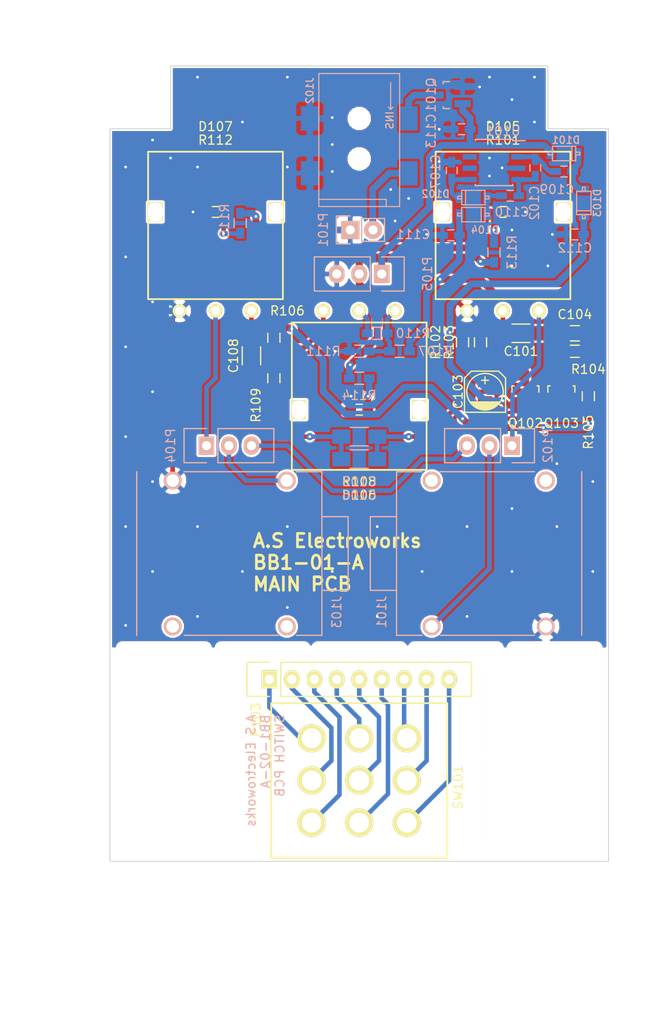
<source format=kicad_pcb>
(kicad_pcb (version 4) (host pcbnew "(2015-06-13 BZR 5746)-product")
  (layers (0 F.Cu signal) (31 B.Cu signal) (34 B.Paste user) (35 F.Paste user) (36 B.SilkS user) (37 F.SilkS user) (38 B.Mask user) (39 F.Mask user) (44 Edge.Cuts user))
  (net 0 "")
  (net 1 "Net-(C101-Pad1)")
  (net 2 "Net-(C101-Pad2)")
  (net 3 "Net-(C102-Pad1)")
  (net 4 "Net-(C102-Pad2)")
  (net 5 "Net-(C103-Pad1)")
  (net 6 "Net-(C103-Pad2)")
  (net 7 /A-18V)
  (net 8 "Net-(C105-Pad1)")
  (net 9 "Net-(C107-Pad1)")
  (net 10 /AGND)
  (net 11 "Net-(C108-Pad2)")
  (net 12 "Net-(C109-Pad2)")
  (net 13 "Net-(C110-Pad1)")
  (net 14 /A+18V)
  (net 15 /A+9V)
  (net 16 "Net-(D105-Pad2)")
  (net 17 "Net-(J101-PadTN)")
  (net 18 "Net-(J101-PadT)")
  (net 19 "Net-(J101-PadSN)")
  (net 20 "Net-(J102-Pad2)")
  (net 21 /DC_IN)
  (net 22 "Net-(J103-PadTN)")
  (net 23 "Net-(J103-PadT)")
  (net 24 "Net-(J103-PadSN)")
  (net 25 "Net-(P102-Pad1)")
  (net 26 "Net-(P102-Pad3)")
  (net 27 "Net-(Q103-Pad2)")
  (net 28 "Net-(R106-Pad2)")
  (net 29 "Net-(R107-Pad2)")
  (net 30 "Net-(R108-Pad2)")
  (net 31 "Net-(U101-Pad6)")
  (net 32 "Net-(U101-Pad7)")
  (net 33 "Net-(P103-Pad1)")
  (net 34 "Net-(P103-Pad2)")
  (net 35 "Net-(P103-Pad3)")
  (net 36 "Net-(P103-Pad4)")
  (net 37 "Net-(P103-Pad5)")
  (net 38 "Net-(P103-Pad6)")
  (net 39 "Net-(P103-Pad7)")
  (net 40 "Net-(P103-Pad8)")
  (net 41 "Net-(P103-Pad9)")
  (net 42 "Net-(D106-Pad2)")
  (net 43 "Net-(D107-Pad2)")
  (net 44 "Net-(P104-Pad1)")
  (net 45 "Net-(P105-Pad2)")
  (module slotholes:Slothole_1mmx10mm (layer F.Cu) (at 221.75 161.5)
    (fp_text reference REF** hide)
    (fp_text value Slothole_1mmx10mm)
    (pad "" np_thru_hole oval (at 0 0) (size 10 1) (drill oval 10 1) (layers *.Cu *.Mask F.SilkS))
  )
  (module Connectors_JST:B3B-EH-A (layer B.Cu) (at 202.5 119.9 90)
    (fp_text reference P105 (at 0 5.1 90) (layer B.SilkS) (effects (justify mirror)))
    (fp_text value B3B-EH-A)
    (pad 1 thru_hole rect (at 0 0 90) (size 2.032 1.7272) (drill 1.016) (layers *.Cu *.Mask B.SilkS) (net 15 /A+9V))
    (pad 2 thru_hole oval (at 0 -2.5 90) (size 2.032 1.7272) (drill 1.016) (layers *.Cu *.Mask B.SilkS) (net 45 "Net-(P105-Pad2)"))
    (pad 3 thru_hole oval (at 0 -5 90) (size 2.032 1.7272) (drill 1.016) (layers *.Cu *.Mask B.SilkS) (net 10 /AGND))
  )
  (module Connectors_JST:B3B-EH-A (layer B.Cu) (at 183 139 270)
    (fp_text reference P104 (at 0 4 270) (layer B.SilkS) (effects (justify mirror)))
    (fp_text value B3B-EH-A)
    (pad 1 thru_hole rect (at 0 0 270) (size 2.032 1.7272) (drill 1.016) (layers *.Cu *.Mask B.SilkS) (net 44 "Net-(P104-Pad1)"))
    (pad 2 thru_hole oval (at 0 -2.5 270) (size 2.032 1.7272) (drill 1.016) (layers *.Cu *.Mask B.SilkS) (net 23 "Net-(J103-PadT)"))
    (pad 3 thru_hole oval (at 0 -5 270) (size 2.032 1.7272) (drill 1.016) (layers *.Cu *.Mask B.SilkS) (net 26 "Net-(P102-Pad3)"))
  )
  (module Connectors_JST:B3B-EH-A (layer B.Cu) (at 217 139 90)
    (fp_text reference P102 (at 0 4 90) (layer B.SilkS) (effects (justify mirror)))
    (fp_text value B3B-EH-A)
    (pad 1 thru_hole rect (at 0 0 90) (size 2.032 1.7272) (drill 1.016) (layers *.Cu *.Mask B.SilkS) (net 25 "Net-(P102-Pad1)"))
    (pad 2 thru_hole oval (at 0 -2.5 90) (size 2.032 1.7272) (drill 1.016) (layers *.Cu *.Mask B.SilkS) (net 18 "Net-(J101-PadT)"))
    (pad 3 thru_hole oval (at 0 -5 90) (size 2.032 1.7272) (drill 1.016) (layers *.Cu *.Mask B.SilkS) (net 26 "Net-(P102-Pad3)"))
  )
  (module Connectors_JST:B9B-EH-A (layer F.Cu) (at 190 165 90)
    (fp_text reference P103 (at -4.5 -1.5 90) (layer F.SilkS))
    (fp_text value B9B-EH-A hide)
    (pad 1 thru_hole rect (at 0 0 90) (size 2.032 1.7272) (drill 1.016) (layers *.Cu *.Mask F.SilkS) (net 33 "Net-(P103-Pad1)"))
    (pad 2 thru_hole oval (at 0 2.5 90) (size 2.032 1.7272) (drill 1.016) (layers *.Cu *.Mask F.SilkS) (net 34 "Net-(P103-Pad2)"))
    (pad 3 thru_hole oval (at 0 5 90) (size 2.032 1.7272) (drill 1.016) (layers *.Cu *.Mask F.SilkS) (net 35 "Net-(P103-Pad3)"))
    (pad 4 thru_hole oval (at 0 7.5 90) (size 2.032 1.7272) (drill 1.016) (layers *.Cu *.Mask F.SilkS) (net 36 "Net-(P103-Pad4)"))
    (pad 5 thru_hole oval (at 0 10 90) (size 2.032 1.7272) (drill 1.016) (layers *.Cu *.Mask F.SilkS) (net 37 "Net-(P103-Pad5)"))
    (pad 6 thru_hole oval (at 0 12.5 90) (size 2.032 1.7272) (drill 1.016) (layers *.Cu *.Mask F.SilkS) (net 38 "Net-(P103-Pad6)"))
    (pad 7 thru_hole oval (at 0 15 90) (size 2.032 1.7272) (drill 1.016) (layers *.Cu *.Mask F.SilkS) (net 39 "Net-(P103-Pad7)"))
    (pad 8 thru_hole oval (at 0 17.5 90) (size 2.032 1.7272) (drill 1.016) (layers *.Cu *.Mask F.SilkS) (net 40 "Net-(P103-Pad8)"))
    (pad 9 thru_hole oval (at 0 20 90) (size 2.032 1.7272) (drill 1.016) (layers *.Cu *.Mask F.SilkS) (net 41 "Net-(P103-Pad9)"))
  )
  (module CLIFF:FC71101 (layer F.Cu) (at 200 176.25)
    (fp_text reference SW101 (at 11 0.75 90) (layer F.SilkS))
    (fp_text value FC71101 hide)
    (pad 1 thru_hole circle (at -5.3 -4.7) (size 3.15 3.15) (drill 2.2) (layers *.Cu *.Mask F.SilkS) (net 33 "Net-(P103-Pad1)"))
    (pad 2 thru_hole circle (at -5.3 0) (size 3.15 3.15) (drill 2.2) (layers *.Cu *.Mask F.SilkS) (net 34 "Net-(P103-Pad2)"))
    (pad 3 thru_hole circle (at -5.3 4.7) (size 3.15 3.15) (drill 2.2) (layers *.Cu *.Mask F.SilkS) (net 35 "Net-(P103-Pad3)"))
    (pad 4 thru_hole circle (at 0 -4.7) (size 3.15 3.15) (drill 2.2) (layers *.Cu *.Mask F.SilkS) (net 36 "Net-(P103-Pad4)"))
    (pad 5 thru_hole circle (at 0 0) (size 3.15 3.15) (drill 2.2) (layers *.Cu *.Mask F.SilkS) (net 37 "Net-(P103-Pad5)"))
    (pad 6 thru_hole circle (at 0 4.7) (size 3.15 3.15) (drill 2.2) (layers *.Cu *.Mask F.SilkS) (net 38 "Net-(P103-Pad6)"))
    (pad 7 thru_hole circle (at 5.3 -4.7) (size 3.15 3.15) (drill 2.2) (layers *.Cu *.Mask F.SilkS) (net 39 "Net-(P103-Pad7)"))
    (pad 8 thru_hole circle (at 5.3 0) (size 3.15 3.15) (drill 2.2) (layers *.Cu *.Mask F.SilkS) (net 40 "Net-(P103-Pad8)"))
    (pad 9 thru_hole circle (at 5.3 4.7) (size 3.15 3.15) (drill 2.2) (layers *.Cu *.Mask F.SilkS) (net 41 "Net-(P103-Pad9)"))
  )
  (module taiwanalpha:RV141F-40E3 (layer F.Cu) (at 216 113)
    (fp_text reference R101 (at 0 -8) (layer F.SilkS))
    (fp_text value RV141F-40E3-18BL-A500K)
    (pad "" thru_hole rect (at 6.7 0) (size 1.6 2.1) (drill oval 1.6 2.1) (layers *.Cu *.Mask F.SilkS))
    (pad 1 thru_hole circle (at -4 11) (size 1.524 1.524) (drill 1) (layers *.Cu *.Mask F.SilkS) (net 10 /AGND))
    (pad 2 thru_hole circle (at 0 11) (size 1.524 1.524) (drill 1) (layers *.Cu *.Mask F.SilkS) (net 2 "Net-(C101-Pad2)"))
    (pad 3 thru_hole circle (at 4 11) (size 1.524 1.524) (drill 1) (layers *.Cu *.Mask F.SilkS) (net 25 "Net-(P102-Pad1)"))
    (pad "" thru_hole rect (at -6.7 0) (size 1.6 2.1) (drill oval 1.6 2.1) (layers *.Cu *.Mask F.SilkS))
  )
  (module taiwanalpha:RV141F-40E3 (layer F.Cu) (at 200 135 180)
    (fp_text reference R108 (at 0 -8 180) (layer F.SilkS))
    (fp_text value RV141F-40E3-18BL-B100K)
    (pad "" thru_hole rect (at 6.7 0 180) (size 1.6 2.1) (drill oval 1.6 2.1) (layers *.Cu *.Mask F.SilkS))
    (pad 1 thru_hole circle (at -4 11 180) (size 1.524 1.524) (drill 1) (layers *.Cu *.Mask F.SilkS) (net 29 "Net-(R107-Pad2)"))
    (pad 2 thru_hole circle (at 0 11 180) (size 1.524 1.524) (drill 1) (layers *.Cu *.Mask F.SilkS) (net 30 "Net-(R108-Pad2)"))
    (pad 3 thru_hole circle (at 4 11 180) (size 1.524 1.524) (drill 1) (layers *.Cu *.Mask F.SilkS) (net 28 "Net-(R106-Pad2)"))
    (pad "" thru_hole rect (at -6.7 0 180) (size 1.6 2.1) (drill oval 1.6 2.1) (layers *.Cu *.Mask F.SilkS))
  )
  (module taiwanalpha:RV141F-40E3 (layer F.Cu) (at 184 113)
    (fp_text reference R112 (at 0 -8) (layer F.SilkS))
    (fp_text value RV141F-40E3-18BL-A100K)
    (pad "" thru_hole rect (at 6.7 0) (size 1.6 2.1) (drill oval 1.6 2.1) (layers *.Cu *.Mask F.SilkS))
    (pad 1 thru_hole circle (at -4 11) (size 1.524 1.524) (drill 1) (layers *.Cu *.Mask F.SilkS) (net 10 /AGND))
    (pad 2 thru_hole circle (at 0 11) (size 1.524 1.524) (drill 1) (layers *.Cu *.Mask F.SilkS) (net 44 "Net-(P104-Pad1)"))
    (pad 3 thru_hole circle (at 4 11) (size 1.524 1.524) (drill 1) (layers *.Cu *.Mask F.SilkS) (net 8 "Net-(C105-Pad1)"))
    (pad "" thru_hole rect (at -6.7 0) (size 1.6 2.1) (drill oval 1.6 2.1) (layers *.Cu *.Mask F.SilkS))
  )
  (module Housings_SOIC:SOIC-8_3.9x4.9mm_Pitch1.27mm (layer B.Cu) (at 215 107.5 180)
    (fp_text reference U101 (at -1 3.5 180) (layer B.SilkS) (effects (justify mirror)))
    (fp_text value ICL7660SIBAZ)
    (pad 1 smd rect (at -2.7 1.905 180) (size 1.55 0.6) (layers B.Cu B.Paste B.Mask) (net 15 /A+9V))
    (pad 2 smd rect (at -2.7 0.635 180) (size 1.55 0.6) (layers B.Cu B.Paste B.Mask) (net 3 "Net-(C102-Pad1)"))
    (pad 3 smd rect (at -2.7 -0.635 180) (size 1.55 0.6) (layers B.Cu B.Paste B.Mask) (net 10 /AGND))
    (pad 4 smd rect (at -2.7 -1.905 180) (size 1.55 0.6) (layers B.Cu B.Paste B.Mask) (net 4 "Net-(C102-Pad2)"))
    (pad 5 smd rect (at 2.7 -1.905 180) (size 1.55 0.6) (layers B.Cu B.Paste B.Mask) (net 9 "Net-(C107-Pad1)"))
    (pad 6 smd rect (at 2.7 -0.635 180) (size 1.55 0.6) (layers B.Cu B.Paste B.Mask) (net 31 "Net-(U101-Pad6)"))
    (pad 7 smd rect (at 2.7 0.635 180) (size 1.55 0.6) (layers B.Cu B.Paste B.Mask) (net 32 "Net-(U101-Pad7)"))
    (pad 8 smd rect (at 2.7 1.905 180) (size 1.55 0.6) (layers B.Cu B.Paste B.Mask) (net 15 /A+9V))
  )
  (module Resistors_SMD:R_0603_HandSoldering (layer B.Cu) (at 215 117.5 90)
    (fp_text reference R113 (at 0 2 90) (layer B.SilkS) (effects (justify mirror)))
    (fp_text value MCR03ERTF1001)
    (pad 1 smd rect (at -1.1 0 90) (size 1.2 0.9) (layers B.Cu B.Paste B.Mask) (net 45 "Net-(P105-Pad2)"))
    (pad 2 smd rect (at 1.1 0 90) (size 1.2 0.9) (layers B.Cu B.Paste B.Mask) (net 16 "Net-(D105-Pad2)"))
  )
  (module Resistors_SMD:R_0603_HandSoldering (layer B.Cu) (at 200 128.5 180)
    (fp_text reference R111 (at 4 0 180) (layer B.SilkS) (effects (justify mirror)))
    (fp_text value MCR03EZPJ000)
    (pad 1 smd rect (at -1.1 0 180) (size 1.2 0.9) (layers B.Cu B.Paste B.Mask) (net 29 "Net-(R107-Pad2)"))
    (pad 2 smd rect (at 1.1 0 180) (size 1.2 0.9) (layers B.Cu B.Paste B.Mask) (net 10 /AGND))
  )
  (module Resistors_SMD:R_0603_HandSoldering (layer B.Cu) (at 202 126.5 180)
    (fp_text reference R110 (at -4 0 180) (layer B.SilkS) (effects (justify mirror)))
    (fp_text value MCR03EZPJ000)
    (pad 1 smd rect (at -1.1 0 180) (size 1.2 0.9) (layers B.Cu B.Paste B.Mask) (net 29 "Net-(R107-Pad2)"))
    (pad 2 smd rect (at 1.1 0 180) (size 1.2 0.9) (layers B.Cu B.Paste B.Mask) (net 30 "Net-(R108-Pad2)"))
  )
  (module Resistors_SMD:R_0603_HandSoldering (layer F.Cu) (at 190.5 131.5 270)
    (fp_text reference R109 (at 3 2 270) (layer F.SilkS))
    (fp_text value MCR03EZPJ000)
    (pad 1 smd rect (at -1.1 0 270) (size 1.2 0.9) (layers F.Cu F.Paste F.Mask) (net 28 "Net-(R106-Pad2)"))
    (pad 2 smd rect (at 1.1 0 270) (size 1.2 0.9) (layers F.Cu F.Paste F.Mask) (net 11 "Net-(C108-Pad2)"))
  )
  (module Resistors_SMD:R_0603_HandSoldering (layer B.Cu) (at 204.5 128.5 180)
    (fp_text reference R107 (at -4 0 180) (layer B.SilkS) (effects (justify mirror)))
    (fp_text value MCR03ERTF)
    (pad 1 smd rect (at -1.1 0 180) (size 1.2 0.9) (layers B.Cu B.Paste B.Mask) (net 7 /A-18V))
    (pad 2 smd rect (at 1.1 0 180) (size 1.2 0.9) (layers B.Cu B.Paste B.Mask) (net 29 "Net-(R107-Pad2)"))
  )
  (module Resistors_SMD:R_0603_HandSoldering (layer F.Cu) (at 190.5 127 270)
    (fp_text reference R106 (at -3 -1.5 360) (layer F.SilkS))
    (fp_text value MCR03ERTF)
    (pad 1 smd rect (at -1.1 0 270) (size 1.2 0.9) (layers F.Cu F.Paste F.Mask) (net 27 "Net-(Q103-Pad2)"))
    (pad 2 smd rect (at 1.1 0 270) (size 1.2 0.9) (layers F.Cu F.Paste F.Mask) (net 28 "Net-(R106-Pad2)"))
  )
  (module Resistors_SMD:R_0603_HandSoldering (layer F.Cu) (at 225.5 133.5 270)
    (fp_text reference R105 (at 4 0 270) (layer F.SilkS))
    (fp_text value MCR03ERTF1001)
    (pad 1 smd rect (at -1.1 0 270) (size 1.2 0.9) (layers F.Cu F.Paste F.Mask) (net 7 /A-18V))
    (pad 2 smd rect (at 1.1 0 270) (size 1.2 0.9) (layers F.Cu F.Paste F.Mask) (net 27 "Net-(Q103-Pad2)"))
  )
  (module Resistors_SMD:R_0603_HandSoldering (layer F.Cu) (at 224 128.5 180)
    (fp_text reference R104 (at -1.5 -2 180) (layer F.SilkS))
    (fp_text value MCR03ERTF1004)
    (pad 1 smd rect (at -1.1 0 180) (size 1.2 0.9) (layers F.Cu F.Paste F.Mask) (net 7 /A-18V))
    (pad 2 smd rect (at 1.1 0 180) (size 1.2 0.9) (layers F.Cu F.Paste F.Mask) (net 1 "Net-(C101-Pad1)"))
  )
  (module Resistors_SMD:R_0603_HandSoldering (layer F.Cu) (at 213.5 127.5 270)
    (fp_text reference R103 (at 0 3.5 270) (layer F.SilkS))
    (fp_text value MCR03ERTF1004)
    (pad 1 smd rect (at -1.1 0 270) (size 1.2 0.9) (layers F.Cu F.Paste F.Mask) (net 7 /A-18V))
    (pad 2 smd rect (at 1.1 0 270) (size 1.2 0.9) (layers F.Cu F.Paste F.Mask) (net 5 "Net-(C103-Pad1)"))
  )
  (module Resistors_SMD:R_0603_HandSoldering (layer F.Cu) (at 211.5 127.5 90)
    (fp_text reference R102 (at 0 -3 90) (layer F.SilkS))
    (fp_text value MCR03ERTF1004)
    (pad 1 smd rect (at -1.1 0 90) (size 1.2 0.9) (layers F.Cu F.Paste F.Mask) (net 5 "Net-(C103-Pad1)"))
    (pad 2 smd rect (at 1.1 0 90) (size 1.2 0.9) (layers F.Cu F.Paste F.Mask) (net 14 /A+18V))
  )
  (module Housings_SOT-23_SOT-143_TSOT-6:SOT-23_Handsoldering (layer F.Cu) (at 222.5 133)
    (fp_text reference Q103 (at 0 3.5) (layer F.SilkS))
    (fp_text value MMBF5457)
    (pad 1 smd rect (at -0.95 1.50114) (size 0.8001 1.80086) (layers F.Cu F.Paste F.Mask) (net 6 "Net-(C103-Pad2)"))
    (pad 2 smd rect (at 0.95 1.50114) (size 0.8001 1.80086) (layers F.Cu F.Paste F.Mask) (net 27 "Net-(Q103-Pad2)"))
    (pad 3 smd rect (at 0 -1.50114) (size 0.8001 1.80086) (layers F.Cu F.Paste F.Mask) (net 1 "Net-(C101-Pad1)"))
  )
  (module Housings_SOT-23_SOT-143_TSOT-6:SOT-23_Handsoldering (layer F.Cu) (at 218.5 133)
    (fp_text reference Q102 (at 0 3.5) (layer F.SilkS))
    (fp_text value MMBF5457)
    (pad 1 smd rect (at -0.95 1.50114) (size 0.8001 1.80086) (layers F.Cu F.Paste F.Mask) (net 14 /A+18V))
    (pad 2 smd rect (at 0.95 1.50114) (size 0.8001 1.80086) (layers F.Cu F.Paste F.Mask) (net 6 "Net-(C103-Pad2)"))
    (pad 3 smd rect (at 0 -1.50114) (size 0.8001 1.80086) (layers F.Cu F.Paste F.Mask) (net 5 "Net-(C103-Pad1)"))
  )
  (module Housings_SOT-23_SOT-143_TSOT-6:SOT-23_Handsoldering (layer B.Cu) (at 210 100 270)
    (fp_text reference Q101 (at 0 2 270) (layer B.SilkS) (effects (justify mirror)))
    (fp_text value SSM3J328R)
    (pad 1 smd rect (at -0.95 -1.50114 270) (size 0.8001 1.80086) (layers B.Cu B.Paste B.Mask) (net 10 /AGND))
    (pad 2 smd rect (at 0.95 -1.50114 270) (size 0.8001 1.80086) (layers B.Cu B.Paste B.Mask) (net 15 /A+9V))
    (pad 3 smd rect (at 0 1.50114 270) (size 0.8001 1.80086) (layers B.Cu B.Paste B.Mask) (net 21 /DC_IN))
  )
  (module Pin_Headers:Pin_Header_Straight_1x02 (layer B.Cu) (at 199 115 270)
    (fp_text reference P101 (at 0 3 270) (layer B.SilkS) (effects (justify mirror)))
    (fp_text value CONN_01X02)
    (pad 1 thru_hole rect (at 0 0 270) (size 2.032 2.032) (drill 1.016) (layers *.Cu *.Mask B.SilkS) (net 10 /AGND))
    (pad 2 thru_hole oval (at 0 -2.54 270) (size 2.032 2.032) (drill 1.016) (layers *.Cu *.Mask B.SilkS) (net 20 "Net-(J102-Pad2)"))
  )
  (module neutric:NMJ4HCD2 (layer B.Cu) (at 185.5 151)
    (fp_text reference J103 (at 12 6.5 90) (layer B.SilkS) (effects (justify mirror)))
    (fp_text value NMJ4HCD2)
    (pad TN thru_hole circle (at 6.435 8.115) (size 2 2) (drill 1.4) (layers *.Cu *.Mask B.SilkS) (net 22 "Net-(J103-PadTN)"))
    (pad T thru_hole circle (at 6.435 -8.115) (size 2 2) (drill 1.4) (layers *.Cu *.Mask B.SilkS) (net 23 "Net-(J103-PadT)"))
    (pad S thru_hole circle (at -6.265 -8.115) (size 2 2) (drill 1.4) (layers *.Cu *.Mask B.SilkS) (net 10 /AGND))
    (pad SN thru_hole circle (at -6.265 8.115) (size 2 2) (drill 1.4) (layers *.Cu *.Mask B.SilkS) (net 24 "Net-(J103-PadSN)"))
  )
  (module marushin-musen:MJ-179SMT (layer B.Cu) (at 200 105 270)
    (fp_text reference J102 (at -5.5 5.5 270) (layer B.SilkS) (effects (font (size 0.8128 0.8128) (thickness 0.1524)) (justify mirror)))
    (fp_text value MJ-179SMT)
    (fp_text user INS (at -2.2 -3.4 270) (layer B.SilkS) (effects (font (size 0.8128 0.8128) (thickness 0.1524)) (justify mirror)))
    (pad Hole np_thru_hole circle (at -2.39776 0 270) (size 2.09804 2.09804) (drill 2.09804) (layers *.Cu *.Mask B.SilkS))
    (pad Hole np_thru_hole circle (at 2.09804 0 270) (size 2.09804 2.09804) (drill 2.09804) (layers *.Cu *.Mask B.SilkS))
    (pad 3 smd rect (at 3.69824 5.4991 270) (size 2.69748 1.99898) (layers B.Cu B.Paste B.Mask) (net 10 /AGND))
    (pad 2 smd rect (at 3.69824 -5.4991 270) (size 2.69748 1.99898) (layers B.Cu B.Paste B.Mask) (net 20 "Net-(J102-Pad2)"))
    (pad 4 smd rect (at -2.39776 5.4991 270) (size 2.69748 1.99898) (layers B.Cu B.Paste B.Mask) (net 10 /AGND))
    (pad 1 smd rect (at -2.39776 -5.4991 270) (size 2.69748 1.99898) (layers B.Cu B.Paste B.Mask) (net 21 /DC_IN))
  )
  (module neutric:NMJ4HCD2 (layer B.Cu) (at 214.5 151 180)
    (fp_text reference J101 (at 12 -6.5 270) (layer B.SilkS) (effects (justify mirror)))
    (fp_text value NMJ4HCD2)
    (pad TN thru_hole circle (at 6.435 8.115 180) (size 2 2) (drill 1.4) (layers *.Cu *.Mask B.SilkS) (net 17 "Net-(J101-PadTN)"))
    (pad T thru_hole circle (at 6.435 -8.115 180) (size 2 2) (drill 1.4) (layers *.Cu *.Mask B.SilkS) (net 18 "Net-(J101-PadT)"))
    (pad S thru_hole circle (at -6.265 -8.115 180) (size 2 2) (drill 1.4) (layers *.Cu *.Mask B.SilkS) (net 10 /AGND))
    (pad SN thru_hole circle (at -6.265 8.115 180) (size 2 2) (drill 1.4) (layers *.Cu *.Mask B.SilkS) (net 19 "Net-(J101-PadSN)"))
  )
  (module Capacitors_SMD:C_0603_HandSoldering (layer F.Cu) (at 216 113 180)
    (fp_text reference D105 (at 0 9.5 180) (layer F.SilkS))
    (fp_text value OSWT1608C1A)
    (pad 1 smd rect (at -0.95 0 180) (size 1.2 0.75) (layers F.Cu F.Paste F.Mask) (net 10 /AGND))
    (pad 2 smd rect (at 0.95 0 180) (size 1.2 0.75) (layers F.Cu F.Paste F.Mask) (net 16 "Net-(D105-Pad2)"))
  )
  (module Capacitors_SMD:C_0603_HandSoldering (layer B.Cu) (at 224 115.5 180)
    (fp_text reference C112 (at 0 -1.5 180) (layer B.SilkS) (effects (justify mirror)))
    (fp_text value GRM188R60J106ME47J)
    (pad 1 smd rect (at -0.95 0 180) (size 1.2 0.75) (layers B.Cu B.Paste B.Mask) (net 14 /A+18V))
    (pad 2 smd rect (at 0.95 0 180) (size 1.2 0.75) (layers B.Cu B.Paste B.Mask) (net 10 /AGND))
  )
  (module Capacitors_SMD:C_0603_HandSoldering (layer B.Cu) (at 210.2 115.6 180)
    (fp_text reference C111 (at 4.2 0.1 180) (layer B.SilkS) (effects (justify mirror)))
    (fp_text value GRM188R60J106ME47J)
    (pad 1 smd rect (at -0.95 0 180) (size 1.2 0.75) (layers B.Cu B.Paste B.Mask) (net 7 /A-18V))
    (pad 2 smd rect (at 0.95 0 180) (size 1.2 0.75) (layers B.Cu B.Paste B.Mask) (net 10 /AGND))
  )
  (module Capacitors_SMD:C_0603_HandSoldering (layer B.Cu) (at 216.8 111.2)
    (fp_text reference C110 (at 0.2 1.8) (layer B.SilkS) (effects (justify mirror)))
    (fp_text value GRM188R60J106ME47J)
    (pad 1 smd rect (at -0.95 0) (size 1.2 0.75) (layers B.Cu B.Paste B.Mask) (net 13 "Net-(C110-Pad1)"))
    (pad 2 smd rect (at 0.95 0) (size 1.2 0.75) (layers B.Cu B.Paste B.Mask) (net 4 "Net-(C102-Pad2)"))
  )
  (module Capacitors_SMD:C_0603_HandSoldering (layer B.Cu) (at 222.8 108.5)
    (fp_text reference C109 (at -0.8 2 180) (layer B.SilkS) (effects (justify mirror)))
    (fp_text value GRM188R60J106ME47J)
    (pad 1 smd rect (at -0.95 0) (size 1.2 0.75) (layers B.Cu B.Paste B.Mask) (net 3 "Net-(C102-Pad1)"))
    (pad 2 smd rect (at 0.95 0) (size 1.2 0.75) (layers B.Cu B.Paste B.Mask) (net 12 "Net-(C109-Pad2)"))
  )
  (module Capacitors_SMD:C_1206_HandSoldering (layer F.Cu) (at 188 129 270)
    (fp_text reference C108 (at 0 2 270) (layer F.SilkS))
    (fp_text value GRM31M5C1H473JA01L)
    (pad 1 smd rect (at -2 0 270) (size 2 1.6) (layers F.Cu F.Paste F.Mask) (net 8 "Net-(C105-Pad1)"))
    (pad 2 smd rect (at 2 0 270) (size 2 1.6) (layers F.Cu F.Paste F.Mask) (net 11 "Net-(C108-Pad2)"))
  )
  (module Capacitors_SMD:C_0603_HandSoldering (layer B.Cu) (at 210.3 108.4 90)
    (fp_text reference C107 (at -0.1 -1.8 90) (layer B.SilkS) (effects (justify mirror)))
    (fp_text value GRM188R60J106ME47J)
    (pad 1 smd rect (at -0.95 0 90) (size 1.2 0.75) (layers B.Cu B.Paste B.Mask) (net 9 "Net-(C107-Pad1)"))
    (pad 2 smd rect (at 0.95 0 90) (size 1.2 0.75) (layers B.Cu B.Paste B.Mask) (net 10 /AGND))
  )
  (module Capacitors_SMD:C_1206_HandSoldering (layer B.Cu) (at 200 140.5)
    (fp_text reference C106 (at 0 4) (layer B.SilkS) (effects (justify mirror)))
    (fp_text value GRM31C5C1E104JA01L)
    (pad 1 smd rect (at -2 0) (size 2 1.6) (layers B.Cu B.Paste B.Mask) (net 8 "Net-(C105-Pad1)"))
    (pad 2 smd rect (at 2 0) (size 2 1.6) (layers B.Cu B.Paste B.Mask) (net 6 "Net-(C103-Pad2)"))
  )
  (module Capacitors_SMD:C_1206_HandSoldering (layer B.Cu) (at 200 138)
    (fp_text reference C105 (at 0 5) (layer B.SilkS) (effects (justify mirror)))
    (fp_text value GRM31C5C1E104JA01L)
    (pad 1 smd rect (at -2 0) (size 2 1.6) (layers B.Cu B.Paste B.Mask) (net 8 "Net-(C105-Pad1)"))
    (pad 2 smd rect (at 2 0) (size 2 1.6) (layers B.Cu B.Paste B.Mask) (net 6 "Net-(C103-Pad2)"))
  )
  (module Capacitors_SMD:C_0805_HandSoldering (layer F.Cu) (at 224 126.5)
    (fp_text reference C104 (at 0 -2.1) (layer F.SilkS))
    (fp_text value GRM21A5C2E100JW01D)
    (pad 1 smd rect (at -1.25 0) (size 1.5 1.25) (layers F.Cu F.Paste F.Mask) (net 1 "Net-(C101-Pad1)"))
    (pad 2 smd rect (at 1.25 0) (size 1.5 1.25) (layers F.Cu F.Paste F.Mask) (net 7 /A-18V))
  )
  (module Capacitors_SMD:c_elec_4x4.5 (layer F.Cu) (at 214 133 90)
    (fp_text reference C103 (at 0 -3 90) (layer F.SilkS))
    (fp_text value EEE1EA3R3NR)
    (pad 1 smd rect (at 1.80086 0 90) (size 2.60096 1.6002) (layers F.Cu F.Paste F.Mask) (net 5 "Net-(C103-Pad1)"))
    (pad 2 smd rect (at -1.80086 0 90) (size 2.60096 1.6002) (layers F.Cu F.Paste F.Mask) (net 6 "Net-(C103-Pad2)"))
  )
  (module Capacitors_SMD:C_0603_HandSoldering (layer B.Cu) (at 219.6 108.1 270)
    (fp_text reference C102 (at 3.9 0.1 270) (layer B.SilkS) (effects (justify mirror)))
    (fp_text value GRM188R60J106ME47J)
    (pad 1 smd rect (at -0.95 0 270) (size 1.2 0.75) (layers B.Cu B.Paste B.Mask) (net 3 "Net-(C102-Pad1)"))
    (pad 2 smd rect (at 0.95 0 270) (size 1.2 0.75) (layers B.Cu B.Paste B.Mask) (net 4 "Net-(C102-Pad2)"))
  )
  (module Capacitors_SMD:C_1206_HandSoldering (layer F.Cu) (at 218 126.5 180)
    (fp_text reference C101 (at 0 -2 360) (layer F.SilkS))
    (fp_text value GRM31M5C1H473JA01L)
    (pad 1 smd rect (at -2 0 180) (size 2 1.6) (layers F.Cu F.Paste F.Mask) (net 1 "Net-(C101-Pad1)"))
    (pad 2 smd rect (at 2 0 180) (size 2 1.6) (layers F.Cu F.Paste F.Mask) (net 2 "Net-(C101-Pad2)"))
  )
  (module Capacitors_SMD:C_0603_HandSoldering (layer F.Cu) (at 200 135)
    (fp_text reference D106 (at 0 9.5) (layer F.SilkS))
    (fp_text value OSWT1608C1A)
    (pad 1 smd rect (at -0.95 0) (size 1.2 0.75) (layers F.Cu F.Paste F.Mask) (net 10 /AGND))
    (pad 2 smd rect (at 0.95 0) (size 1.2 0.75) (layers F.Cu F.Paste F.Mask) (net 42 "Net-(D106-Pad2)"))
  )
  (module Capacitors_SMD:C_0603_HandSoldering (layer F.Cu) (at 184 113)
    (fp_text reference D107 (at 0 -9.5) (layer F.SilkS))
    (fp_text value OSWT1608C1A)
    (pad 1 smd rect (at -0.95 0) (size 1.2 0.75) (layers F.Cu F.Paste F.Mask) (net 10 /AGND))
    (pad 2 smd rect (at 0.95 0) (size 1.2 0.75) (layers F.Cu F.Paste F.Mask) (net 43 "Net-(D107-Pad2)"))
  )
  (module Resistors_SMD:R_0603_HandSoldering (layer B.Cu) (at 200 131.5)
    (fp_text reference R114 (at 0 1.9) (layer B.SilkS) (effects (justify mirror)))
    (fp_text value MCR03ERTF1001)
    (pad 1 smd rect (at -1.1 0) (size 1.2 0.9) (layers B.Cu B.Paste B.Mask) (net 45 "Net-(P105-Pad2)"))
    (pad 2 smd rect (at 1.1 0) (size 1.2 0.9) (layers B.Cu B.Paste B.Mask) (net 42 "Net-(D106-Pad2)"))
  )
  (module Resistors_SMD:R_0603_HandSoldering (layer B.Cu) (at 186.75 114.25 270)
    (fp_text reference R115 (at -0.25 1.75 270) (layer B.SilkS) (effects (justify mirror)))
    (fp_text value MCR03ERTF1001)
    (pad 1 smd rect (at -1.1 0 270) (size 1.2 0.9) (layers B.Cu B.Paste B.Mask) (net 45 "Net-(P105-Pad2)"))
    (pad 2 smd rect (at 1.1 0 270) (size 1.2 0.9) (layers B.Cu B.Paste B.Mask) (net 43 "Net-(D107-Pad2)"))
  )
  (module rohm:PMDU (layer B.Cu) (at 212.7 113.3)
    (fp_text reference D104 (at 1.3 1.7) (layer B.SilkS) (effects (font (size 0.8128 0.8128) (thickness 0.1524)) (justify mirror)))
    (fp_text value RB161M-20 hide)
    (pad 1 smd rect (at -1.525 0 270) (size 1.2 0.85) (layers B.Cu B.Paste B.Mask) (net 7 /A-18V))
    (pad 2 smd rect (at 1.525 0 270) (size 1.2 0.85) (layers B.Cu B.Paste B.Mask) (net 13 "Net-(C110-Pad1)"))
  )
  (module rohm:PMDU (layer B.Cu) (at 225 112 270)
    (fp_text reference D103 (at 0 -1.5 270) (layer B.SilkS) (effects (font (size 0.8128 0.8128) (thickness 0.1524)) (justify mirror)))
    (fp_text value RB161M-20 hide)
    (pad 1 smd rect (at -1.525 0 180) (size 1.2 0.85) (layers B.Cu B.Paste B.Mask) (net 12 "Net-(C109-Pad2)"))
    (pad 2 smd rect (at 1.525 0 180) (size 1.2 0.85) (layers B.Cu B.Paste B.Mask) (net 14 /A+18V))
  )
  (module rohm:PMDU (layer B.Cu) (at 212.7 111.4 180)
    (fp_text reference D102 (at 4.2 0.4 180) (layer B.SilkS) (effects (font (size 0.8128 0.8128) (thickness 0.1524)) (justify mirror)))
    (fp_text value RB161M-20 hide)
    (pad 1 smd rect (at -1.525 0 90) (size 1.2 0.85) (layers B.Cu B.Paste B.Mask) (net 13 "Net-(C110-Pad1)"))
    (pad 2 smd rect (at 1.525 0 90) (size 1.2 0.85) (layers B.Cu B.Paste B.Mask) (net 9 "Net-(C107-Pad1)"))
  )
  (module rohm:PMDU (layer B.Cu) (at 222.8 106.5)
    (fp_text reference D101 (at 0.2 -1.5) (layer B.SilkS) (effects (font (size 0.8128 0.8128) (thickness 0.1524)) (justify mirror)))
    (fp_text value RB161M-20 hide)
    (pad 1 smd rect (at -1.525 0 270) (size 1.2 0.85) (layers B.Cu B.Paste B.Mask) (net 15 /A+9V))
    (pad 2 smd rect (at 1.525 0 270) (size 1.2 0.85) (layers B.Cu B.Paste B.Mask) (net 12 "Net-(C109-Pad2)"))
  )
  (module slotholes:Slothole_1mmx10mm (layer F.Cu) (at 210.75 161.5)
    (fp_text reference REF** hide)
    (fp_text value Slothole_1mmx10mm)
    (pad "" np_thru_hole oval (at 0 0) (size 10 1) (drill oval 10 1) (layers *.Cu *.Mask F.SilkS))
  )
  (module slotholes:Slothole_1mmx10mm (layer F.Cu) (at 200 161.5)
    (fp_text reference REF** hide)
    (fp_text value Slothole_1mmx10mm)
    (pad "" np_thru_hole oval (at 0 0) (size 10 1) (drill oval 10 1) (layers *.Cu *.Mask F.SilkS))
  )
  (module slotholes:Slothole_1mmx10mm (layer F.Cu) (at 184.25 161.5)
    (fp_text reference REF** hide)
    (fp_text value Slothole_1mmx10mm)
    (pad "" np_thru_hole oval (at 5 0) (size 10 1) (drill oval 10 1) (layers *.Cu *.Mask F.SilkS))
  )
  (module slotholes:Slothole_1mmx10mm (layer F.Cu) (at 178.25 161.5)
    (fp_text reference REF** hide)
    (fp_text value Slothole_1mmx10mm)
    (pad "" np_thru_hole oval (at 0 0) (size 10 1) (drill oval 10 1) (layers *.Cu *.Mask F.SilkS))
  )
  (module Capacitors_SMD:C_0603_HandSoldering (layer B.Cu) (at 211.4 103.8 180)
    (fp_text reference C113 (at 3.4 -0.2 270) (layer B.SilkS) (effects (justify mirror)))
    (fp_text value GRM188R60J106ME47J)
    (pad 1 smd rect (at -0.95 0 180) (size 1.2 0.75) (layers B.Cu B.Paste B.Mask) (net 15 /A+9V))
    (pad 2 smd rect (at 0.95 0 180) (size 1.2 0.75) (layers B.Cu B.Paste B.Mask) (net 10 /AGND))
  )
  (module slotholes:Slothole_1mmx10mm (layer F.Cu) (at 186 168 90)
    (fp_text reference REF** hide)
    (fp_text value Slothole_1mmx10mm)
    (pad "" np_thru_hole oval (at 0 0 90) (size 10 1) (drill oval 10 1) (layers *.Cu *.Mask F.SilkS))
  )
  (module slotholes:Slothole_1mmx10mm (layer F.Cu) (at 186 179 90)
    (fp_text reference REF** hide)
    (fp_text value Slothole_1mmx10mm)
    (pad "" np_thru_hole oval (at 0 0 90) (size 10 1) (drill oval 10 1) (layers *.Cu *.Mask F.SilkS))
  )
  (module slotholes:Slothole_1mmx10mm (layer F.Cu) (at 214 168 90)
    (fp_text reference REF** hide)
    (fp_text value Slothole_1mmx10mm)
    (pad "" np_thru_hole oval (at 0 0 90) (size 10 1) (drill oval 10 1) (layers *.Cu *.Mask F.SilkS))
  )
  (module slotholes:Slothole_1mmx10mm (layer F.Cu) (at 214 179 90)
    (fp_text reference REF** hide)
    (fp_text value Slothole_1mmx10mm)
    (pad "" np_thru_hole oval (at 0 0 90) (size 10 1) (drill oval 10 1) (layers *.Cu *.Mask F.SilkS))
  )
  (gr_text "A.S Electroworks\nBB1-02-A\nSWITCH PCB" (at 189.55 168.825 90) (layer B.SilkS) (effects (font (size 1 1)) (justify left mirror)))
  (gr_text "A.S Electroworks\nBB1-01-A\nMAIN PCB" (at 188 152) (layer F.SilkS) (effects (font (size 1.5 1.5) (thickness 0.3)) (justify left)))
  (gr_line (start 172.25 185.25) (end 227.75 185.25) (angle 90) (layer Edge.Cuts) (width 0.1))
  (gr_line (start 172.25 103.75) (end 179 103.75) (angle 90) (layer Edge.Cuts) (width 0.1))
  (gr_line (start 179 103.75) (end 179 96.75) (angle 90) (layer Edge.Cuts) (width 0.1))
  (gr_line (start 179 96.75) (end 221 96.75) (angle 90) (layer Edge.Cuts) (width 0.1))
  (gr_line (start 221 96.75) (end 221 103.75) (angle 90) (layer Edge.Cuts) (width 0.1))
  (gr_line (start 221 103.75) (end 227.75 103.75) (angle 90) (layer Edge.Cuts) (width 0.1))
  (gr_line (start 227.75 103.75) (end 227.75 185.25) (angle 90) (layer Edge.Cuts) (width 0.1))
  (gr_line (start 172.25 185.25) (end 172.25 103.75) (angle 90) (layer Edge.Cuts) (width 0.1))
  (segment (start 220 126.5) (end 222.75 126.5) (width 0.508) (layer F.Cu) (net 1))
  (segment (start 222.75 126.5) (end 222.9 126.65) (width 0.508) (layer F.Cu) (net 1))
  (segment (start 222.9 126.65) (end 222.9 128.5) (width 0.508) (layer F.Cu) (net 1))
  (segment (start 222.5 131.49886) (end 222.5 130) (width 0.508) (layer F.Cu) (net 1))
  (segment (start 222.9 129.6) (end 222.9 128.5) (width 0.508) (layer F.Cu) (net 1))
  (segment (start 222.5 130) (end 222.9 129.6) (width 0.508) (layer F.Cu) (net 1))
  (segment (start 216 126.5) (end 216 124) (width 0.508) (layer F.Cu) (net 2))
  (segment (start 219.6 107.15) (end 220 107.15) (width 0.508) (layer B.Cu) (net 3))
  (segment (start 221.15 108.5) (end 221.85 108.5) (width 0.508) (layer B.Cu) (net 3))
  (segment (start 220.65 108) (end 221.15 108.5) (width 0.508) (layer B.Cu) (net 3))
  (segment (start 220.65 107.8) (end 220.65 108) (width 0.508) (layer B.Cu) (net 3))
  (segment (start 220 107.15) (end 220.65 107.8) (width 0.508) (layer B.Cu) (net 3))
  (segment (start 219.6 107.15) (end 219.65 107.1) (width 0.508) (layer B.Cu) (net 3))
  (segment (start 217.7 106.865) (end 219.315 106.865) (width 0.508) (layer B.Cu) (net 3))
  (segment (start 219.315 106.865) (end 219.6 107.15) (width 0.508) (layer B.Cu) (net 3))
  (segment (start 217.7 109.405) (end 217.75 109.455) (width 0.508) (layer B.Cu) (net 4))
  (segment (start 217.75 109.455) (end 217.75 111.2) (width 0.508) (layer B.Cu) (net 4))
  (segment (start 217.7 109.405) (end 219.245 109.405) (width 0.508) (layer B.Cu) (net 4))
  (segment (start 219.245 109.405) (end 219.6 109.05) (width 0.508) (layer B.Cu) (net 4))
  (segment (start 214 131.19914) (end 214.29972 131.49886) (width 0.508) (layer F.Cu) (net 5))
  (segment (start 214.29972 131.49886) (end 218.5 131.49886) (width 0.508) (layer F.Cu) (net 5))
  (segment (start 213.5 128.6) (end 213.5 130.69914) (width 0.508) (layer F.Cu) (net 5))
  (segment (start 213.5 130.69914) (end 214 131.19914) (width 0.508) (layer F.Cu) (net 5))
  (segment (start 213.5 128.6) (end 211.5 128.6) (width 0.508) (layer F.Cu) (net 5))
  (segment (start 202 138) (end 202 140.5) (width 0.508) (layer B.Cu) (net 6))
  (segment (start 214 134.80086) (end 210.69914 134.80086) (width 0.508) (layer F.Cu) (net 6))
  (segment (start 205.5 138) (end 202 138) (width 0.508) (layer B.Cu) (net 6))
  (via (at 205.5 138) (size 0.8) (layers F.Cu B.Cu) (net 6))
  (segment (start 207.5 138) (end 205.5 138) (width 0.508) (layer F.Cu) (net 6))
  (segment (start 210.69914 134.80086) (end 207.5 138) (width 0.508) (layer F.Cu) (net 6))
  (segment (start 219.45 134.50114) (end 221.55 134.50114) (width 0.508) (layer F.Cu) (net 6))
  (segment (start 214 134.80086) (end 215.19914 136) (width 0.508) (layer F.Cu) (net 6))
  (segment (start 219.45 135.55) (end 219.45 134.50114) (width 0.508) (layer F.Cu) (net 6))
  (segment (start 219 136) (end 219.45 135.55) (width 0.508) (layer F.Cu) (net 6))
  (segment (start 215.19914 136) (end 219 136) (width 0.508) (layer F.Cu) (net 6))
  (segment (start 214 124.5) (end 214 126) (width 0.762) (layer F.Cu) (net 7))
  (segment (start 215 122) (end 214 123) (width 0.762) (layer F.Cu) (net 7))
  (segment (start 214 124.5) (end 214 123) (width 0.762) (layer F.Cu) (net 7))
  (segment (start 214 126) (end 213.6 126.4) (width 0.762) (layer F.Cu) (net 7))
  (segment (start 213.6 126.4) (end 213.5 126.4) (width 0.762) (layer F.Cu) (net 7))
  (segment (start 215 122) (end 213.5 120.5) (width 0.762) (layer F.Cu) (net 7))
  (via (at 209 120.5) (size 0.8) (layers F.Cu B.Cu) (net 7))
  (segment (start 213.5 120.5) (end 209 120.5) (width 0.762) (layer F.Cu) (net 7))
  (segment (start 205.6 128.5) (end 205.6 127.4) (width 0.762) (layer B.Cu) (net 7))
  (segment (start 207.5 122) (end 209 120.5) (width 0.762) (layer B.Cu) (net 7))
  (segment (start 207.5 125.5) (end 207.5 122) (width 0.762) (layer B.Cu) (net 7))
  (segment (start 205.6 127.4) (end 207.5 125.5) (width 0.762) (layer B.Cu) (net 7))
  (segment (start 209 120.5) (end 211.15 118.35) (width 0.762) (layer B.Cu) (net 7))
  (segment (start 211.15 118.15) (end 211.15 115.6) (width 0.762) (layer B.Cu) (net 7))
  (segment (start 211.15 118.35) (end 211.15 118.15) (width 0.508) (layer B.Cu) (net 7))
  (segment (start 211.15 115.6) (end 211.15 117.15) (width 0.508) (layer B.Cu) (net 7))
  (segment (start 225.25 123.25) (end 225.25 126.5) (width 0.762) (layer F.Cu) (net 7))
  (segment (start 215 122) (end 224 122) (width 0.762) (layer F.Cu) (net 7))
  (segment (start 224 122) (end 225.25 123.25) (width 0.762) (layer F.Cu) (net 7))
  (segment (start 225.1 128.5) (end 225.1 126.65) (width 0.762) (layer F.Cu) (net 7))
  (segment (start 225.1 126.65) (end 225.25 126.5) (width 0.508) (layer F.Cu) (net 7))
  (segment (start 225.5 132.4) (end 225.5 130.5) (width 0.762) (layer F.Cu) (net 7))
  (segment (start 225.1 130.1) (end 225.1 128.5) (width 0.762) (layer F.Cu) (net 7))
  (segment (start 225.5 130.5) (end 225.1 130.1) (width 0.762) (layer F.Cu) (net 7))
  (segment (start 211.15 115.6) (end 211.175 115.575) (width 0.508) (layer B.Cu) (net 7))
  (segment (start 211.175 115.575) (end 211.175 113.3) (width 0.762) (layer B.Cu) (net 7))
  (segment (start 188 127) (end 187 127) (width 0.508) (layer F.Cu) (net 8))
  (segment (start 194.5 138) (end 198 138) (width 0.508) (layer B.Cu) (net 8))
  (via (at 194.5 138) (size 0.8) (layers F.Cu B.Cu) (net 8))
  (segment (start 191 138) (end 194.5 138) (width 0.508) (layer F.Cu) (net 8))
  (segment (start 186 133) (end 191 138) (width 0.508) (layer F.Cu) (net 8))
  (segment (start 186 128) (end 186 133) (width 0.508) (layer F.Cu) (net 8))
  (segment (start 187 127) (end 186 128) (width 0.508) (layer F.Cu) (net 8))
  (segment (start 198 140.5) (end 198 138) (width 0.508) (layer B.Cu) (net 8))
  (segment (start 188 127) (end 188 124) (width 0.508) (layer F.Cu) (net 8))
  (segment (start 210.3 109.35) (end 210.3 110.9) (width 0.508) (layer B.Cu) (net 9))
  (segment (start 210.3 110.9) (end 210.8 111.4) (width 0.508) (layer B.Cu) (net 9))
  (segment (start 210.8 111.4) (end 211.175 111.4) (width 0.508) (layer B.Cu) (net 9))
  (segment (start 210.3 109.35) (end 210.355 109.405) (width 0.508) (layer B.Cu) (net 9))
  (segment (start 210.355 109.405) (end 212.3 109.405) (width 0.508) (layer B.Cu) (net 9))
  (segment (start 194.5009 102.60224) (end 196.89776 102.60224) (width 0.762) (layer B.Cu) (net 10))
  (via (at 197 108.5) (size 0.8) (layers F.Cu B.Cu) (net 10))
  (segment (start 197 105.5) (end 197 108.5) (width 0.762) (layer B.Cu) (net 10))
  (via (at 197 105.5) (size 0.8) (layers F.Cu B.Cu) (net 10))
  (segment (start 197 102.5) (end 197 105.5) (width 0.762) (layer F.Cu) (net 10))
  (via (at 197 102.5) (size 0.8) (layers F.Cu B.Cu) (net 10))
  (segment (start 196.89776 102.60224) (end 197 102.5) (width 0.762) (layer B.Cu) (net 10))
  (segment (start 207.5 115.5) (end 205.5 115.5) (width 0.762) (layer F.Cu) (net 10))
  (segment (start 207.6 115.6) (end 207.5 115.5) (width 0.762) (layer B.Cu) (net 10))
  (via (at 207.5 115.5) (size 0.8) (layers F.Cu B.Cu) (net 10))
  (segment (start 209.25 115.6) (end 207.6 115.6) (width 0.762) (layer B.Cu) (net 10))
  (via (at 203.5 110.5) (size 0.8) (layers F.Cu B.Cu) (net 10))
  (segment (start 204.5 110.5) (end 203.5 110.5) (width 0.762) (layer F.Cu) (net 10))
  (segment (start 205.5 111.5) (end 204.5 110.5) (width 0.762) (layer F.Cu) (net 10))
  (via (at 205.5 111.5) (size 0.8) (layers F.Cu B.Cu) (net 10))
  (segment (start 205.5 112.5) (end 205.5 111.5) (width 0.762) (layer B.Cu) (net 10))
  (segment (start 204 114) (end 205.5 112.5) (width 0.762) (layer B.Cu) (net 10))
  (via (at 204 114) (size 0.8) (layers F.Cu B.Cu) (net 10))
  (segment (start 205.5 115.5) (end 204 114) (width 0.762) (layer F.Cu) (net 10))
  (segment (start 194.5009 108.69824) (end 194.5009 102.60224) (width 0.762) (layer B.Cu) (net 10))
  (segment (start 199 115) (end 196.5 115) (width 0.762) (layer B.Cu) (net 10))
  (segment (start 194.5009 113.0009) (end 194.5009 108.69824) (width 0.762) (layer B.Cu) (net 10))
  (segment (start 196.5 115) (end 194.5009 113.0009) (width 0.762) (layer B.Cu) (net 10))
  (segment (start 215.9 108.1) (end 214.8 107) (width 0.762) (layer F.Cu) (net 10))
  (segment (start 215.935 108.135) (end 215.9 108.1) (width 0.508) (layer B.Cu) (net 10))
  (via (at 215.9 108.1) (size 0.8) (layers F.Cu B.Cu) (net 10))
  (segment (start 217.7 108.135) (end 215.935 108.135) (width 0.508) (layer B.Cu) (net 10))
  (via (at 214.5 109) (size 0.8) (layers F.Cu B.Cu) (net 10))
  (segment (start 214.5 107) (end 214.5 109) (width 0.762) (layer B.Cu) (net 10))
  (via (at 214.5 107) (size 0.8) (layers F.Cu B.Cu) (net 10))
  (segment (start 214.8 107) (end 214.5 107) (width 0.762) (layer F.Cu) (net 10))
  (segment (start 221.5 115.5) (end 221 116) (width 0.762) (layer B.Cu) (net 10))
  (via (at 221.5 115.5) (size 0.8) (layers F.Cu B.Cu) (net 10))
  (segment (start 223.05 115.5) (end 221.5 115.5) (width 0.762) (layer B.Cu) (net 10))
  (via (at 217 115) (size 0.8) (layers F.Cu B.Cu) (net 10))
  (segment (start 217 119) (end 217 115) (width 0.762) (layer B.Cu) (net 10))
  (via (at 217 119) (size 0.8) (layers F.Cu B.Cu) (net 10))
  (segment (start 221 119) (end 217 119) (width 0.762) (layer F.Cu) (net 10))
  (via (at 221 119) (size 0.8) (layers F.Cu B.Cu) (net 10))
  (segment (start 221 116) (end 221 119) (width 0.762) (layer B.Cu) (net 10))
  (via (at 179 107) (size 0.8) (layers F.Cu B.Cu) (net 10))
  (segment (start 174 156) (end 174 159) (width 0.762) (layer F.Cu) (net 10))
  (via (at 174 159) (size 0.8) (layers F.Cu B.Cu) (net 10))
  (segment (start 174 159) (end 174 148) (width 0.762) (layer B.Cu) (net 10))
  (via (at 174 148) (size 0.8) (layers F.Cu B.Cu) (net 10))
  (segment (start 174 148) (end 174 138) (width 0.762) (layer F.Cu) (net 10))
  (via (at 174 138) (size 0.8) (layers F.Cu B.Cu) (net 10))
  (segment (start 174 138) (end 174 128) (width 0.762) (layer B.Cu) (net 10))
  (via (at 174 128) (size 0.8) (layers F.Cu B.Cu) (net 10))
  (segment (start 174 128) (end 174 118) (width 0.762) (layer F.Cu) (net 10))
  (via (at 174 118) (size 0.8) (layers F.Cu B.Cu) (net 10))
  (segment (start 174 118) (end 174 108) (width 0.762) (layer B.Cu) (net 10))
  (via (at 174 108) (size 0.8) (layers F.Cu B.Cu) (net 10))
  (segment (start 174 108) (end 177 105) (width 0.762) (layer F.Cu) (net 10))
  (via (at 177 105) (size 0.8) (layers F.Cu B.Cu) (net 10))
  (segment (start 179 107) (end 177 105) (width 0.762) (layer B.Cu) (net 10))
  (segment (start 174 156) (end 177 153) (width 0.762) (layer F.Cu) (net 10))
  (segment (start 192 148) (end 192 157) (width 0.762) (layer B.Cu) (net 10))
  (via (at 192 157) (size 0.8) (layers F.Cu B.Cu) (net 10))
  (segment (start 212 148) (end 214 146) (width 0.762) (layer F.Cu) (net 10))
  (via (at 217 146) (size 0.8) (layers F.Cu B.Cu) (net 10))
  (segment (start 214 146) (end 217 146) (width 0.762) (layer F.Cu) (net 10))
  (segment (start 222 148) (end 223 147) (width 0.762) (layer F.Cu) (net 10))
  (segment (start 217 153) (end 212 158) (width 0.762) (layer B.Cu) (net 10))
  (via (at 212 158) (size 0.8) (layers F.Cu B.Cu) (net 10))
  (segment (start 212 158) (end 222 148) (width 0.762) (layer F.Cu) (net 10))
  (via (at 222 148) (size 0.8) (layers F.Cu B.Cu) (net 10))
  (via (at 222 141) (size 0.8) (layers F.Cu B.Cu) (net 10))
  (segment (start 223 142) (end 222 141) (width 0.762) (layer F.Cu) (net 10))
  (segment (start 223 147) (end 223 142) (width 0.762) (layer F.Cu) (net 10))
  (segment (start 217 153) (end 226 153) (width 0.762) (layer B.Cu) (net 10))
  (via (at 226 138) (size 0.8) (layers F.Cu B.Cu) (net 10))
  (segment (start 226 143) (end 226 138) (width 0.762) (layer B.Cu) (net 10))
  (via (at 226 143) (size 0.8) (layers F.Cu B.Cu) (net 10))
  (segment (start 226 153) (end 226 143) (width 0.762) (layer F.Cu) (net 10))
  (via (at 226 153) (size 0.8) (layers F.Cu B.Cu) (net 10))
  (segment (start 180 124) (end 178 124) (width 0.762) (layer B.Cu) (net 10))
  (via (at 217 153) (size 0.8) (layers F.Cu B.Cu) (net 10))
  (segment (start 212 148) (end 217 153) (width 0.762) (layer F.Cu) (net 10))
  (via (at 212 148) (size 0.8) (layers F.Cu B.Cu) (net 10))
  (segment (start 207 153) (end 212 148) (width 0.762) (layer B.Cu) (net 10))
  (via (at 207 153) (size 0.8) (layers F.Cu B.Cu) (net 10))
  (segment (start 202 148) (end 207 153) (width 0.762) (layer F.Cu) (net 10))
  (via (at 202 148) (size 0.8) (layers F.Cu B.Cu) (net 10))
  (segment (start 202 158) (end 202 148) (width 0.762) (layer B.Cu) (net 10))
  (via (at 202 158) (size 0.8) (layers F.Cu B.Cu) (net 10))
  (segment (start 197 153) (end 202 158) (width 0.762) (layer F.Cu) (net 10))
  (via (at 197 153) (size 0.8) (layers F.Cu B.Cu) (net 10))
  (segment (start 192 148) (end 197 153) (width 0.762) (layer B.Cu) (net 10))
  (via (at 192 148) (size 0.8) (layers F.Cu B.Cu) (net 10))
  (segment (start 187 153) (end 192 148) (width 0.762) (layer F.Cu) (net 10))
  (via (at 187 153) (size 0.8) (layers F.Cu B.Cu) (net 10))
  (segment (start 182 148) (end 187 153) (width 0.762) (layer B.Cu) (net 10))
  (via (at 182 148) (size 0.8) (layers F.Cu B.Cu) (net 10))
  (segment (start 182 158) (end 182 148) (width 0.762) (layer F.Cu) (net 10))
  (via (at 182 158) (size 0.8) (layers F.Cu B.Cu) (net 10))
  (segment (start 177 153) (end 182 158) (width 0.762) (layer B.Cu) (net 10))
  (via (at 177 153) (size 0.8) (layers F.Cu B.Cu) (net 10))
  (segment (start 177 143) (end 177 153) (width 0.762) (layer F.Cu) (net 10))
  (via (at 177 143) (size 0.8) (layers F.Cu B.Cu) (net 10))
  (segment (start 177 133) (end 177 143) (width 0.762) (layer B.Cu) (net 10))
  (via (at 177 133) (size 0.8) (layers F.Cu B.Cu) (net 10))
  (segment (start 177 123) (end 177 133) (width 0.762) (layer F.Cu) (net 10))
  (via (at 177 123) (size 0.8) (layers F.Cu B.Cu) (net 10))
  (segment (start 178 124) (end 177 123) (width 0.762) (layer B.Cu) (net 10))
  (segment (start 197 98.729998) (end 182.729998 98.729998) (width 0.762) (layer B.Cu) (net 10))
  (via (at 182 108) (size 0.8) (layers F.Cu B.Cu) (net 10))
  (segment (start 192 108) (end 182 108) (width 0.762) (layer B.Cu) (net 10))
  (via (at 192 108) (size 0.8) (layers F.Cu B.Cu) (net 10))
  (segment (start 187 103) (end 192 108) (width 0.762) (layer F.Cu) (net 10))
  (via (at 187 103) (size 0.8) (layers F.Cu B.Cu) (net 10))
  (segment (start 192 98) (end 187 103) (width 0.762) (layer B.Cu) (net 10))
  (via (at 192 98) (size 0.8) (layers F.Cu B.Cu) (net 10))
  (segment (start 182 98) (end 192 98) (width 0.762) (layer F.Cu) (net 10))
  (via (at 182 98) (size 0.8) (layers F.Cu B.Cu) (net 10))
  (segment (start 182.729998 98.729998) (end 182 98) (width 0.762) (layer B.Cu) (net 10))
  (via (at 214.5 103) (size 0.8) (layers F.Cu B.Cu) (net 10))
  (segment (start 219.5 103) (end 214.5 103) (width 0.762) (layer F.Cu) (net 10))
  (via (at 219.5 103) (size 0.8) (layers F.Cu B.Cu) (net 10))
  (segment (start 217 100.5) (end 219.5 103) (width 0.762) (layer B.Cu) (net 10))
  (via (at 217 100.5) (size 0.8) (layers F.Cu B.Cu) (net 10))
  (segment (start 219.5 98) (end 217 100.5) (width 0.762) (layer F.Cu) (net 10))
  (via (at 219.5 98) (size 0.8) (layers F.Cu B.Cu) (net 10))
  (segment (start 214.5 98) (end 219.5 98) (width 0.762) (layer B.Cu) (net 10))
  (via (at 214.5 98) (size 0.8) (layers F.Cu B.Cu) (net 10))
  (segment (start 213.4 99.1) (end 214.5 98) (width 0.762) (layer F.Cu) (net 10))
  (segment (start 213.35 99.05) (end 213.4 99.1) (width 0.762) (layer B.Cu) (net 10))
  (via (at 213.4 99.1) (size 0.8) (layers F.Cu B.Cu) (net 10))
  (segment (start 211.50114 99.05) (end 213.35 99.05) (width 0.762) (layer B.Cu) (net 10))
  (segment (start 210.3 107.45) (end 208.95 107.45) (width 0.762) (layer B.Cu) (net 10))
  (via (at 208.9 107.4) (size 0.8) (layers F.Cu B.Cu) (net 10))
  (segment (start 208.95 107.45) (end 208.9 107.4) (width 0.762) (layer B.Cu) (net 10))
  (segment (start 199.05 135) (end 199.05 133.55) (width 0.762) (layer F.Cu) (net 10))
  (via (at 199.1 133.5) (size 0.8) (layers F.Cu B.Cu) (net 10))
  (segment (start 199.05 133.55) (end 199.1 133.5) (width 0.762) (layer F.Cu) (net 10))
  (segment (start 183.05 113) (end 181.5 113) (width 0.762) (layer F.Cu) (net 10))
  (via (at 181.5 113) (size 0.8) (layers F.Cu B.Cu) (net 10))
  (segment (start 210.45 103.8) (end 208.9 103.8) (width 0.762) (layer B.Cu) (net 10))
  (via (at 208.9 103.8) (size 0.8) (layers F.Cu B.Cu) (net 10))
  (segment (start 216.95 113) (end 218.5 113) (width 0.762) (layer F.Cu) (net 10))
  (via (at 218.5 113) (size 0.8) (layers F.Cu B.Cu) (net 10))
  (segment (start 198.9 128.5) (end 197.3 128.5) (width 0.508) (layer B.Cu) (net 10))
  (via (at 197.3 128.5) (size 0.8) (layers F.Cu B.Cu) (net 10))
  (segment (start 210.3 103.95) (end 210.45 103.8) (width 0.508) (layer B.Cu) (net 10))
  (segment (start 211.50114 99.05) (end 211.181138 98.729998) (width 0.762) (layer B.Cu) (net 10))
  (segment (start 211.181138 98.729998) (end 205.573948 98.729998) (width 0.762) (layer B.Cu) (net 10))
  (segment (start 205.573948 98.729998) (end 197 98.729998) (width 0.762) (layer B.Cu) (net 10))
  (segment (start 197 98.729998) (end 195.970002 98.729998) (width 0.762) (layer B.Cu) (net 10))
  (segment (start 194.5009 100.1991) (end 194.5009 102.60224) (width 0.762) (layer B.Cu) (net 10))
  (segment (start 195.970002 98.729998) (end 194.5009 100.1991) (width 0.762) (layer B.Cu) (net 10))
  (segment (start 180 124) (end 179.235 124.765) (width 0.508) (layer F.Cu) (net 10))
  (segment (start 179.235 124.765) (end 179.235 142.885) (width 0.508) (layer F.Cu) (net 10))
  (segment (start 188 131) (end 188 131.5) (width 0.508) (layer F.Cu) (net 11))
  (segment (start 188 131.5) (end 189.1 132.6) (width 0.508) (layer F.Cu) (net 11))
  (segment (start 189.1 132.6) (end 190.5 132.6) (width 0.508) (layer F.Cu) (net 11))
  (segment (start 188.1 131.1) (end 188 131) (width 0.508) (layer F.Cu) (net 11))
  (segment (start 224.325 106.5) (end 224.325 107.675) (width 0.762) (layer B.Cu) (net 12))
  (segment (start 224.325 107.675) (end 223.75 108.25) (width 0.762) (layer B.Cu) (net 12))
  (segment (start 223.75 108.25) (end 223.75 108.5) (width 1.016) (layer B.Cu) (net 12))
  (segment (start 225 110.475) (end 224.975 110.5) (width 0.762) (layer B.Cu) (net 12))
  (segment (start 224.975 110.5) (end 224.5 110.5) (width 0.762) (layer B.Cu) (net 12))
  (segment (start 224.5 110.5) (end 223.75 109.75) (width 0.762) (layer B.Cu) (net 12))
  (segment (start 223.75 109.75) (end 223.75 108.5) (width 0.762) (layer B.Cu) (net 12))
  (segment (start 214.225 113.3) (end 214.225 111.4) (width 0.508) (layer B.Cu) (net 13))
  (segment (start 214.225 111.4) (end 214.425 111.2) (width 0.508) (layer B.Cu) (net 13))
  (segment (start 214.425 111.2) (end 215.85 111.2) (width 0.508) (layer B.Cu) (net 13))
  (segment (start 224.95 115.5) (end 225 115.45) (width 1.016) (layer B.Cu) (net 14))
  (segment (start 225 115.45) (end 225 113.525) (width 0.762) (layer B.Cu) (net 14))
  (segment (start 216 134) (end 214 134) (width 0.762) (layer B.Cu) (net 14))
  (segment (start 216.50114 134.50114) (end 216 134) (width 0.762) (layer F.Cu) (net 14))
  (via (at 216 134) (size 0.8) (layers F.Cu B.Cu) (net 14))
  (segment (start 217.55 134.50114) (end 216.50114 134.50114) (width 0.762) (layer F.Cu) (net 14))
  (segment (start 210.1 130.1) (end 210.1 126.4) (width 0.762) (layer B.Cu) (net 14))
  (segment (start 214 134) (end 210.1 130.1) (width 0.762) (layer B.Cu) (net 14))
  (segment (start 224.95 115.5) (end 224.95 118.05) (width 0.762) (layer B.Cu) (net 14))
  (via (at 210.1 126.4) (size 0.8) (layers F.Cu B.Cu) (net 14))
  (segment (start 210.1 126.4) (end 211.5 126.4) (width 0.762) (layer F.Cu) (net 14))
  (segment (start 210.1 123.4) (end 210.1 126.4) (width 0.762) (layer B.Cu) (net 14))
  (segment (start 212.5 121) (end 210.1 123.4) (width 0.762) (layer B.Cu) (net 14))
  (segment (start 222 121) (end 212.5 121) (width 0.762) (layer B.Cu) (net 14))
  (segment (start 224.95 118.05) (end 222 121) (width 0.762) (layer B.Cu) (net 14))
  (segment (start 212.3 105.595) (end 209.105 105.595) (width 0.762) (layer B.Cu) (net 15))
  (segment (start 202.5 117.8) (end 207.8 112.5) (width 0.762) (layer B.Cu) (net 15))
  (segment (start 207.8 112.5) (end 207.8 106.9) (width 0.762) (layer B.Cu) (net 15))
  (segment (start 207.8 106.9) (end 208.9 105.8) (width 0.762) (layer B.Cu) (net 15))
  (segment (start 202.5 117.8) (end 202.5 119.9) (width 0.762) (layer B.Cu) (net 15))
  (segment (start 209.105 105.595) (end 208.9 105.8) (width 0.762) (layer B.Cu) (net 15))
  (segment (start 217.7 105.595) (end 220.595 105.595) (width 0.762) (layer B.Cu) (net 15))
  (segment (start 220.595 105.595) (end 221.275 106.275) (width 0.762) (layer B.Cu) (net 15))
  (segment (start 221.275 106.275) (end 221.275 106.5) (width 0.762) (layer B.Cu) (net 15))
  (segment (start 212.3 105.595) (end 217.7 105.595) (width 0.762) (layer B.Cu) (net 15))
  (segment (start 211.50114 100.95) (end 211.50114 101.70114) (width 0.762) (layer B.Cu) (net 15))
  (segment (start 212.35 102.55) (end 212.35 103.8) (width 0.762) (layer B.Cu) (net 15))
  (segment (start 211.50114 101.70114) (end 212.35 102.55) (width 0.762) (layer B.Cu) (net 15))
  (segment (start 212.35 103.8) (end 212.35 105.545) (width 0.762) (layer B.Cu) (net 15))
  (segment (start 212.35 105.545) (end 212.3 105.595) (width 0.508) (layer B.Cu) (net 15))
  (segment (start 215 116.4) (end 215 115) (width 0.762) (layer B.Cu) (net 16))
  (segment (start 215.05 114.95) (end 215.05 113) (width 0.762) (layer F.Cu) (net 16))
  (segment (start 215 115) (end 215.05 114.95) (width 0.762) (layer F.Cu) (net 16))
  (via (at 215 115) (size 0.8) (layers F.Cu B.Cu) (net 16))
  (segment (start 215 113.05) (end 215.05 113) (width 0.508) (layer F.Cu) (net 16))
  (segment (start 214.5 139) (end 214.5 152.68) (width 0.508) (layer B.Cu) (net 18))
  (segment (start 214.5 152.68) (end 208.065 159.115) (width 0.508) (layer B.Cu) (net 18))
  (segment (start 201.54 115) (end 201.5 114.96) (width 0.762) (layer B.Cu) (net 20))
  (segment (start 201.5 114.96) (end 201.5 110.5) (width 0.762) (layer B.Cu) (net 20))
  (segment (start 201.5 110.5) (end 203.30176 108.69824) (width 0.762) (layer B.Cu) (net 20))
  (segment (start 203.30176 108.69824) (end 205.4991 108.69824) (width 0.762) (layer B.Cu) (net 20))
  (segment (start 205.4991 102.60224) (end 205.4991 100.6009) (width 0.762) (layer B.Cu) (net 21))
  (segment (start 206.1 100) (end 208.49886 100) (width 0.762) (layer B.Cu) (net 21))
  (segment (start 205.4991 100.6009) (end 206.1 100) (width 0.762) (layer B.Cu) (net 21))
  (segment (start 191.935 142.885) (end 187.385 142.885) (width 0.508) (layer B.Cu) (net 23))
  (segment (start 185.5 141) (end 185.5 139) (width 0.508) (layer B.Cu) (net 23))
  (segment (start 187.385 142.885) (end 185.5 141) (width 0.508) (layer B.Cu) (net 23))
  (segment (start 217.05 133.05) (end 220 130.1) (width 0.508) (layer B.Cu) (net 25))
  (segment (start 220 124) (end 220 130.1) (width 0.508) (layer B.Cu) (net 25))
  (segment (start 217.05 133.05) (end 217.05 138.95) (width 0.508) (layer B.Cu) (net 25))
  (segment (start 217.05 138.95) (end 217 139) (width 0.508) (layer B.Cu) (net 25))
  (segment (start 188 139) (end 192 139) (width 0.508) (layer B.Cu) (net 26))
  (segment (start 210.5 140.5) (end 212 139) (width 0.508) (layer B.Cu) (net 26))
  (segment (start 207 140.5) (end 210.5 140.5) (width 0.508) (layer B.Cu) (net 26))
  (segment (start 203.5 144) (end 207 140.5) (width 0.508) (layer B.Cu) (net 26))
  (segment (start 197 144) (end 203.5 144) (width 0.508) (layer B.Cu) (net 26))
  (segment (start 192 139) (end 197 144) (width 0.508) (layer B.Cu) (net 26))
  (segment (start 225.5 134.6) (end 225.5 136.5) (width 0.762) (layer F.Cu) (net 27))
  (segment (start 208 132.5) (end 205 132.5) (width 0.762) (layer B.Cu) (net 27))
  (segment (start 211.5 136) (end 208 132.5) (width 0.762) (layer B.Cu) (net 27))
  (via (at 211.5 136) (size 0.8) (layers F.Cu B.Cu) (net 27))
  (segment (start 212.5 137) (end 211.5 136) (width 0.762) (layer F.Cu) (net 27))
  (segment (start 220.5 137) (end 212.5 137) (width 0.762) (layer F.Cu) (net 27))
  (via (at 220.5 137) (size 0.8) (layers F.Cu B.Cu) (net 27))
  (segment (start 225 137) (end 220.5 137) (width 0.762) (layer B.Cu) (net 27))
  (segment (start 225.5 136.5) (end 225 137) (width 0.762) (layer B.Cu) (net 27))
  (via (at 225.5 136.5) (size 0.8) (layers F.Cu B.Cu) (net 27))
  (segment (start 190.5 125.9) (end 192.4 125.9) (width 0.762) (layer F.Cu) (net 27))
  (segment (start 192.4 125.9) (end 192.5 126) (width 0.762) (layer F.Cu) (net 27))
  (via (at 192.5 126) (size 0.8) (layers F.Cu B.Cu) (net 27))
  (segment (start 192.5 126) (end 196 129.5) (width 0.762) (layer B.Cu) (net 27))
  (segment (start 196 129.5) (end 196 133) (width 0.762) (layer B.Cu) (net 27))
  (segment (start 196 133) (end 198.5 135.5) (width 0.762) (layer B.Cu) (net 27))
  (segment (start 198.5 135.5) (end 202 135.5) (width 0.762) (layer B.Cu) (net 27))
  (segment (start 202 135.5) (end 205 132.5) (width 0.762) (layer B.Cu) (net 27))
  (segment (start 223.45 134.50114) (end 223.54886 134.6) (width 0.508) (layer F.Cu) (net 27))
  (segment (start 223.54886 134.6) (end 225.5 134.6) (width 0.508) (layer F.Cu) (net 27))
  (segment (start 190.5 128.1) (end 193.9 128.1) (width 0.508) (layer F.Cu) (net 28))
  (segment (start 196 126) (end 196 124) (width 0.508) (layer F.Cu) (net 28))
  (segment (start 193.9 128.1) (end 196 126) (width 0.508) (layer F.Cu) (net 28))
  (segment (start 190.5 130.4) (end 190.5 128.1) (width 0.508) (layer F.Cu) (net 28))
  (segment (start 203.1 126.5) (end 203.1 127.2) (width 0.508) (layer B.Cu) (net 29))
  (segment (start 203.4 127.5) (end 203.4 128.5) (width 0.508) (layer B.Cu) (net 29))
  (segment (start 203.1 127.2) (end 203.4 127.5) (width 0.508) (layer B.Cu) (net 29))
  (segment (start 201.1 128.5) (end 203.4 128.5) (width 0.508) (layer B.Cu) (net 29))
  (segment (start 203.1 126.5) (end 203.1 124.9) (width 0.508) (layer B.Cu) (net 29))
  (segment (start 203.1 124.9) (end 204 124) (width 0.508) (layer B.Cu) (net 29))
  (segment (start 200.9 126.5) (end 200.9 124.9) (width 0.508) (layer B.Cu) (net 30))
  (segment (start 200.9 124.9) (end 200 124) (width 0.508) (layer B.Cu) (net 30))
  (segment (start 194.7 171.55) (end 193.45 171.55) (width 0.508) (layer B.Cu) (net 33))
  (segment (start 193.45 171.55) (end 190 168.1) (width 0.508) (layer B.Cu) (net 33))
  (segment (start 190 168.1) (end 190 165) (width 0.508) (layer B.Cu) (net 33))
  (segment (start 194.7 176.25) (end 196.9 174.05) (width 0.508) (layer B.Cu) (net 34))
  (segment (start 196.9 170.4) (end 192.5 166) (width 0.508) (layer B.Cu) (net 34))
  (segment (start 196.9 174.05) (end 196.9 170.4) (width 0.508) (layer B.Cu) (net 34))
  (segment (start 192.5 166) (end 192.5 165) (width 0.508) (layer B.Cu) (net 34))
  (segment (start 197.8 177.85) (end 197.8 169.2) (width 0.508) (layer B.Cu) (net 35))
  (segment (start 197.8 169.2) (end 195 166.4) (width 0.508) (layer B.Cu) (net 35))
  (segment (start 195 166.4) (end 195 165) (width 0.508) (layer B.Cu) (net 35))
  (segment (start 196.8 178.85) (end 197.8 177.85) (width 0.508) (layer B.Cu) (net 35))
  (segment (start 194.7 180.95) (end 196.8 178.85) (width 0.508) (layer B.Cu) (net 35))
  (segment (start 200 171.55) (end 200 169.4) (width 0.508) (layer B.Cu) (net 36))
  (segment (start 197.5 166.9) (end 197.5 165) (width 0.508) (layer B.Cu) (net 36))
  (segment (start 200 169.4) (end 197.5 166.9) (width 0.508) (layer B.Cu) (net 36))
  (segment (start 200 176.25) (end 202.2 174.05) (width 0.508) (layer B.Cu) (net 37))
  (segment (start 200 167) (end 200 165) (width 0.508) (layer B.Cu) (net 37))
  (segment (start 202.2 169.2) (end 200 167) (width 0.508) (layer B.Cu) (net 37))
  (segment (start 202.2 174.05) (end 202.2 169.2) (width 0.508) (layer B.Cu) (net 37))
  (segment (start 200 180.95) (end 203.2 177.75) (width 0.508) (layer B.Cu) (net 38))
  (segment (start 202.5 167.1) (end 202.5 165) (width 0.508) (layer B.Cu) (net 38))
  (segment (start 203.2 167.8) (end 202.5 167.1) (width 0.508) (layer B.Cu) (net 38))
  (segment (start 203.2 177.75) (end 203.2 167.8) (width 0.508) (layer B.Cu) (net 38))
  (segment (start 205.3 171.55) (end 205 171.25) (width 0.508) (layer B.Cu) (net 39))
  (segment (start 205 171.25) (end 205 165) (width 0.508) (layer B.Cu) (net 39))
  (segment (start 205.3 176.25) (end 207.5 174.05) (width 0.508) (layer B.Cu) (net 40))
  (segment (start 207.5 174.05) (end 207.5 165) (width 0.508) (layer B.Cu) (net 40))
  (segment (start 205.3 180.95) (end 210 176.25) (width 0.508) (layer B.Cu) (net 41))
  (segment (start 210 176.25) (end 210 165) (width 0.508) (layer B.Cu) (net 41))
  (segment (start 201.1 131.5) (end 201.1 133.4) (width 0.762) (layer B.Cu) (net 42))
  (segment (start 200.95 133.55) (end 200.95 135) (width 0.762) (layer F.Cu) (net 42))
  (segment (start 201 133.5) (end 200.95 133.55) (width 0.762) (layer F.Cu) (net 42))
  (via (at 201 133.5) (size 0.8) (layers F.Cu B.Cu) (net 42))
  (segment (start 201.1 133.4) (end 201 133.5) (width 0.762) (layer B.Cu) (net 42))
  (segment (start 201 134.95) (end 200.95 135) (width 0.508) (layer F.Cu) (net 42))
  (segment (start 186.75 115.35) (end 186.7 115.4) (width 0.508) (layer B.Cu) (net 43))
  (segment (start 186.7 115.4) (end 184.9 115.4) (width 0.508) (layer B.Cu) (net 43))
  (via (at 184.9 115.4) (size 0.8) (layers F.Cu B.Cu) (net 43))
  (segment (start 184.9 115.4) (end 184.9 113.05) (width 0.508) (layer F.Cu) (net 43))
  (segment (start 184.9 113.05) (end 184.95 113) (width 0.508) (layer F.Cu) (net 43))
  (segment (start 183 139) (end 183 132.5) (width 0.508) (layer B.Cu) (net 44))
  (segment (start 184 131.5) (end 184 124) (width 0.508) (layer B.Cu) (net 44))
  (segment (start 183 132.5) (end 184 131.5) (width 0.508) (layer B.Cu) (net 44))
  (segment (start 202 123.5) (end 202 123) (width 0.762) (layer F.Cu) (net 45))
  (segment (start 198.9 131.5) (end 198.9 130.1) (width 0.762) (layer B.Cu) (net 45))
  (via (at 199 130) (size 0.8) (layers F.Cu B.Cu) (net 45))
  (segment (start 198.9 130.1) (end 199 130) (width 0.762) (layer B.Cu) (net 45))
  (segment (start 202 127) (end 199 130) (width 0.762) (layer F.Cu) (net 45))
  (segment (start 202 123.5) (end 202 127) (width 0.762) (layer F.Cu) (net 45))
  (segment (start 200 121) (end 200 119.9) (width 0.762) (layer F.Cu) (net 45))
  (segment (start 202 123) (end 200 121) (width 0.762) (layer F.Cu) (net 45))
  (segment (start 198 117.5) (end 199 117.5) (width 0.762) (layer F.Cu) (net 45))
  (segment (start 198 117.5) (end 191.5 117.5) (width 0.762) (layer F.Cu) (net 45))
  (segment (start 191.5 117.5) (end 188.5 114.5) (width 0.762) (layer F.Cu) (net 45))
  (segment (start 188.5 114.5) (end 188.5 113.5) (width 0.762) (layer F.Cu) (net 45))
  (via (at 188.5 113.5) (size 0.8) (layers F.Cu B.Cu) (net 45))
  (segment (start 188.5 113.5) (end 188.15 113.15) (width 0.762) (layer B.Cu) (net 45))
  (segment (start 186.75 113.15) (end 188.15 113.15) (width 0.762) (layer B.Cu) (net 45))
  (segment (start 199 117.5) (end 200 118.5) (width 0.762) (layer F.Cu) (net 45))
  (segment (start 215 118.6) (end 213.6 118.6) (width 0.762) (layer B.Cu) (net 45))
  (segment (start 200 118.5) (end 200 119.9) (width 0.762) (layer F.Cu) (net 45))
  (segment (start 201.5 117) (end 200 118.5) (width 0.762) (layer F.Cu) (net 45))
  (segment (start 212 117) (end 201.5 117) (width 0.762) (layer F.Cu) (net 45))
  (segment (start 213.5 118.5) (end 212 117) (width 0.762) (layer F.Cu) (net 45))
  (via (at 213.5 118.5) (size 0.8) (layers F.Cu B.Cu) (net 45))
  (segment (start 213.6 118.6) (end 213.5 118.5) (width 0.762) (layer B.Cu) (net 45))
  (segment (start 200 119.9) (end 200 119.5) (width 0.762) (layer F.Cu) (net 45))
  (zone (net 10) (net_name /AGND) (layer B.Cu) (connect_pads (clearance 0.2)) (min_thickness 0.2) (fill yes (arc_segments 16) (thermal_gap 0.508) (thermal_bridge_width 0.508))
    (polygon (pts (xy 179 96.75) (xy 179 103.75) (xy 172.25 103.75) (xy 172.25 161.45) (xy 227.75 161.45) (xy 227.75 103.75) (xy 221 103.75) (xy 221 96.75)))
  )
  (zone (net 10) (net_name /AGND) (layer F.Cu) (connect_pads (clearance 0.2)) (min_thickness 0.2) (fill yes (arc_segments 16) (thermal_gap 0.508) (thermal_bridge_width 0.508))
    (polygon (pts (xy 179 96.75) (xy 179 103.75) (xy 172.25 103.75) (xy 172.25 161.45) (xy 227.75 161.45) (xy 227.75 103.75) (xy 221 103.75) (xy 221 96.75)))
  )
)
</source>
